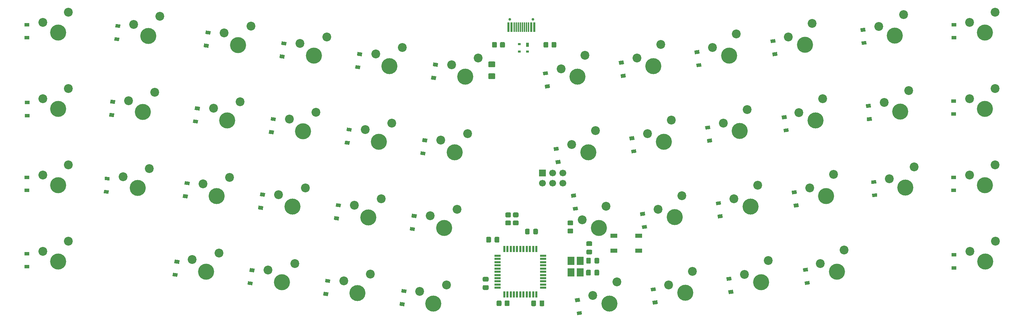
<source format=gbr>
G04 #@! TF.GenerationSoftware,KiCad,Pcbnew,5.1.9-73d0e3b20d~88~ubuntu20.04.1*
G04 #@! TF.CreationDate,2021-04-21T09:56:19-07:00*
G04 #@! TF.ProjectId,test1,74657374-312e-46b6-9963-61645f706362,rev?*
G04 #@! TF.SameCoordinates,Original*
G04 #@! TF.FileFunction,Soldermask,Bot*
G04 #@! TF.FilePolarity,Negative*
%FSLAX46Y46*%
G04 Gerber Fmt 4.6, Leading zero omitted, Abs format (unit mm)*
G04 Created by KiCad (PCBNEW 5.1.9-73d0e3b20d~88~ubuntu20.04.1) date 2021-04-21 09:56:19*
%MOMM*%
%LPD*%
G01*
G04 APERTURE LIST*
%ADD10C,4.000000*%
%ADD11C,2.200000*%
%ADD12C,2.000000*%
%ADD13R,0.600000X2.450000*%
%ADD14R,0.300000X2.450000*%
%ADD15C,0.650000*%
%ADD16R,1.500000X0.550000*%
%ADD17R,0.550000X1.500000*%
%ADD18R,0.700000X1.000000*%
%ADD19R,0.700000X0.600000*%
%ADD20R,1.800000X2.100000*%
%ADD21R,1.800000X1.100000*%
%ADD22R,1.700000X1.700000*%
%ADD23C,1.700000*%
%ADD24R,1.200000X0.900000*%
G04 APERTURE END LIST*
D10*
X226240646Y-99148087D03*
D11*
X222114225Y-97163056D03*
X228048928Y-93764026D03*
D10*
X69190152Y-99173197D03*
D11*
X65770730Y-96127667D03*
X72412432Y-94496135D03*
D12*
G36*
X219077289Y-99049077D02*
G01*
X217888967Y-99216084D01*
X217763711Y-98324843D01*
X218952033Y-98157836D01*
X219077289Y-99049077D01*
G37*
G36*
X219536561Y-102316961D02*
G01*
X218348239Y-102483968D01*
X218222983Y-101592727D01*
X219411305Y-101425720D01*
X219536561Y-102316961D01*
G37*
G36*
X62483169Y-97193182D02*
G01*
X61294847Y-97026175D01*
X61420103Y-96134934D01*
X62608425Y-96301941D01*
X62483169Y-97193182D01*
G37*
G36*
X62023897Y-100461066D02*
G01*
X60835575Y-100294059D01*
X60960831Y-99402818D01*
X62149153Y-99569825D01*
X62023897Y-100461066D01*
G37*
G36*
G01*
X149769500Y-88703999D02*
X149769500Y-89604001D01*
G75*
G02*
X149519501Y-89854000I-249999J0D01*
G01*
X148869499Y-89854000D01*
G75*
G02*
X148619500Y-89604001I0J249999D01*
G01*
X148619500Y-88703999D01*
G75*
G02*
X148869499Y-88454000I249999J0D01*
G01*
X149519501Y-88454000D01*
G75*
G02*
X149769500Y-88703999I0J-249999D01*
G01*
G37*
G36*
G01*
X151819500Y-88703999D02*
X151819500Y-89604001D01*
G75*
G02*
X151569501Y-89854000I-249999J0D01*
G01*
X150919499Y-89854000D01*
G75*
G02*
X150669500Y-89604001I0J249999D01*
G01*
X150669500Y-88703999D01*
G75*
G02*
X150919499Y-88454000I249999J0D01*
G01*
X151569501Y-88454000D01*
G75*
G02*
X151819500Y-88703999I0J-249999D01*
G01*
G37*
D10*
X161690949Y-50507304D03*
D11*
X157564528Y-48522273D03*
X163499231Y-45123243D03*
D10*
X32353250Y-96615250D03*
D11*
X28543250Y-94075250D03*
X34893250Y-91535250D03*
D10*
X32353250Y-39465250D03*
D11*
X28543250Y-36925250D03*
X34893250Y-34385250D03*
D13*
X150925000Y-38167000D03*
X144475000Y-38167000D03*
X150150000Y-38167000D03*
X145250000Y-38167000D03*
D14*
X145950000Y-38167000D03*
X149450000Y-38167000D03*
X146450000Y-38167000D03*
X148950000Y-38167000D03*
X146950000Y-38167000D03*
X148450000Y-38167000D03*
X147950000Y-38167000D03*
X147450000Y-38167000D03*
D15*
X150590000Y-36222000D03*
X144810000Y-36222000D03*
D10*
X54829279Y-40294388D03*
D11*
X51205742Y-37494803D03*
X57717455Y-35403944D03*
G36*
G01*
X140139000Y-90711000D02*
X140139000Y-91661000D01*
G75*
G02*
X139889000Y-91911000I-250000J0D01*
G01*
X139214000Y-91911000D01*
G75*
G02*
X138964000Y-91661000I0J250000D01*
G01*
X138964000Y-90711000D01*
G75*
G02*
X139214000Y-90461000I250000J0D01*
G01*
X139889000Y-90461000D01*
G75*
G02*
X140139000Y-90711000I0J-250000D01*
G01*
G37*
G36*
G01*
X142214000Y-90711000D02*
X142214000Y-91661000D01*
G75*
G02*
X141964000Y-91911000I-250000J0D01*
G01*
X141289000Y-91911000D01*
G75*
G02*
X141039000Y-91661000I0J250000D01*
G01*
X141039000Y-90711000D01*
G75*
G02*
X141289000Y-90461000I250000J0D01*
G01*
X141964000Y-90461000D01*
G75*
G02*
X142214000Y-90711000I0J-250000D01*
G01*
G37*
G36*
G01*
X152236500Y-107536000D02*
X152236500Y-106586000D01*
G75*
G02*
X152486500Y-106336000I250000J0D01*
G01*
X153161500Y-106336000D01*
G75*
G02*
X153411500Y-106586000I0J-250000D01*
G01*
X153411500Y-107536000D01*
G75*
G02*
X153161500Y-107786000I-250000J0D01*
G01*
X152486500Y-107786000D01*
G75*
G02*
X152236500Y-107536000I0J250000D01*
G01*
G37*
G36*
G01*
X150161500Y-107536000D02*
X150161500Y-106586000D01*
G75*
G02*
X150411500Y-106336000I250000J0D01*
G01*
X151086500Y-106336000D01*
G75*
G02*
X151336500Y-106586000I0J-250000D01*
G01*
X151336500Y-107536000D01*
G75*
G02*
X151086500Y-107786000I-250000J0D01*
G01*
X150411500Y-107786000D01*
G75*
G02*
X150161500Y-107536000I0J250000D01*
G01*
G37*
D16*
X141732000Y-95187000D03*
X141732000Y-95987000D03*
X141732000Y-96787000D03*
X141732000Y-97587000D03*
X141732000Y-98387000D03*
X141732000Y-99187000D03*
X141732000Y-99987000D03*
X141732000Y-100787000D03*
X141732000Y-101587000D03*
X141732000Y-102387000D03*
X141732000Y-103187000D03*
D17*
X143432000Y-104887000D03*
X144232000Y-104887000D03*
X145032000Y-104887000D03*
X145832000Y-104887000D03*
X146632000Y-104887000D03*
X147432000Y-104887000D03*
X148232000Y-104887000D03*
X149032000Y-104887000D03*
X149832000Y-104887000D03*
X150632000Y-104887000D03*
X151432000Y-104887000D03*
D16*
X153132000Y-103187000D03*
X153132000Y-102387000D03*
X153132000Y-101587000D03*
X153132000Y-100787000D03*
X153132000Y-99987000D03*
X153132000Y-99187000D03*
X153132000Y-98387000D03*
X153132000Y-97587000D03*
X153132000Y-96787000D03*
X153132000Y-95987000D03*
X153132000Y-95187000D03*
D17*
X151432000Y-93487000D03*
X150632000Y-93487000D03*
X149832000Y-93487000D03*
X149032000Y-93487000D03*
X148232000Y-93487000D03*
X147432000Y-93487000D03*
X146632000Y-93487000D03*
X145832000Y-93487000D03*
X145032000Y-93487000D03*
X144232000Y-93487000D03*
X143432000Y-93487000D03*
G36*
G01*
X143545000Y-107511001D02*
X143545000Y-106610999D01*
G75*
G02*
X143794999Y-106361000I249999J0D01*
G01*
X144495001Y-106361000D01*
G75*
G02*
X144745000Y-106610999I0J-249999D01*
G01*
X144745000Y-107511001D01*
G75*
G02*
X144495001Y-107761000I-249999J0D01*
G01*
X143794999Y-107761000D01*
G75*
G02*
X143545000Y-107511001I0J249999D01*
G01*
G37*
G36*
G01*
X141545000Y-107511001D02*
X141545000Y-106610999D01*
G75*
G02*
X141794999Y-106361000I249999J0D01*
G01*
X142495001Y-106361000D01*
G75*
G02*
X142745000Y-106610999I0J-249999D01*
G01*
X142745000Y-107511001D01*
G75*
G02*
X142495001Y-107761000I-249999J0D01*
G01*
X141794999Y-107761000D01*
G75*
G02*
X141545000Y-107511001I0J249999D01*
G01*
G37*
D10*
X32353250Y-58515250D03*
D11*
X28543250Y-55975250D03*
X34893250Y-53435250D03*
D18*
X149209000Y-42557000D03*
D19*
X147209000Y-42357000D03*
X149209000Y-44257000D03*
X147209000Y-44257000D03*
D20*
X162383500Y-99324750D03*
X162383500Y-96424750D03*
X160083500Y-96424750D03*
X160083500Y-99324750D03*
D21*
X176899500Y-90225000D03*
X170699500Y-90225000D03*
X176899500Y-93925000D03*
X170699500Y-93925000D03*
G36*
G01*
X141602000Y-42094999D02*
X141602000Y-42995001D01*
G75*
G02*
X141352001Y-43245000I-249999J0D01*
G01*
X140651999Y-43245000D01*
G75*
G02*
X140402000Y-42995001I0J249999D01*
G01*
X140402000Y-42094999D01*
G75*
G02*
X140651999Y-41845000I249999J0D01*
G01*
X141352001Y-41845000D01*
G75*
G02*
X141602000Y-42094999I0J-249999D01*
G01*
G37*
G36*
G01*
X143602000Y-42094999D02*
X143602000Y-42995001D01*
G75*
G02*
X143352001Y-43245000I-249999J0D01*
G01*
X142651999Y-43245000D01*
G75*
G02*
X142402000Y-42995001I0J249999D01*
G01*
X142402000Y-42094999D01*
G75*
G02*
X142651999Y-41845000I249999J0D01*
G01*
X143352001Y-41845000D01*
G75*
G02*
X143602000Y-42094999I0J-249999D01*
G01*
G37*
G36*
G01*
X155213000Y-42995001D02*
X155213000Y-42094999D01*
G75*
G02*
X155462999Y-41845000I249999J0D01*
G01*
X156163001Y-41845000D01*
G75*
G02*
X156413000Y-42094999I0J-249999D01*
G01*
X156413000Y-42995001D01*
G75*
G02*
X156163001Y-43245000I-249999J0D01*
G01*
X155462999Y-43245000D01*
G75*
G02*
X155213000Y-42995001I0J249999D01*
G01*
G37*
G36*
G01*
X153213000Y-42995001D02*
X153213000Y-42094999D01*
G75*
G02*
X153462999Y-41845000I249999J0D01*
G01*
X154163001Y-41845000D01*
G75*
G02*
X154413000Y-42094999I0J-249999D01*
G01*
X154413000Y-42995001D01*
G75*
G02*
X154163001Y-43245000I-249999J0D01*
G01*
X153462999Y-43245000D01*
G75*
G02*
X153213000Y-42995001I0J249999D01*
G01*
G37*
G36*
G01*
X146754001Y-85594750D02*
X145853999Y-85594750D01*
G75*
G02*
X145604000Y-85344751I0J249999D01*
G01*
X145604000Y-84644749D01*
G75*
G02*
X145853999Y-84394750I249999J0D01*
G01*
X146754001Y-84394750D01*
G75*
G02*
X147004000Y-84644749I0J-249999D01*
G01*
X147004000Y-85344751D01*
G75*
G02*
X146754001Y-85594750I-249999J0D01*
G01*
G37*
G36*
G01*
X146754001Y-87594750D02*
X145853999Y-87594750D01*
G75*
G02*
X145604000Y-87344751I0J249999D01*
G01*
X145604000Y-86644749D01*
G75*
G02*
X145853999Y-86394750I249999J0D01*
G01*
X146754001Y-86394750D01*
G75*
G02*
X147004000Y-86644749I0J-249999D01*
G01*
X147004000Y-87344751D01*
G75*
G02*
X146754001Y-87594750I-249999J0D01*
G01*
G37*
G36*
G01*
X144849001Y-85594750D02*
X143948999Y-85594750D01*
G75*
G02*
X143699000Y-85344751I0J249999D01*
G01*
X143699000Y-84644749D01*
G75*
G02*
X143948999Y-84394750I249999J0D01*
G01*
X144849001Y-84394750D01*
G75*
G02*
X145099000Y-84644749I0J-249999D01*
G01*
X145099000Y-85344751D01*
G75*
G02*
X144849001Y-85594750I-249999J0D01*
G01*
G37*
G36*
G01*
X144849001Y-87594750D02*
X143948999Y-87594750D01*
G75*
G02*
X143699000Y-87344751I0J249999D01*
G01*
X143699000Y-86644749D01*
G75*
G02*
X143948999Y-86394750I249999J0D01*
G01*
X144849001Y-86394750D01*
G75*
G02*
X145099000Y-86644749I0J-249999D01*
G01*
X145099000Y-87344751D01*
G75*
G02*
X144849001Y-87594750I-249999J0D01*
G01*
G37*
G36*
G01*
X160343001Y-87611000D02*
X159442999Y-87611000D01*
G75*
G02*
X159193000Y-87361001I0J249999D01*
G01*
X159193000Y-86660999D01*
G75*
G02*
X159442999Y-86411000I249999J0D01*
G01*
X160343001Y-86411000D01*
G75*
G02*
X160593000Y-86660999I0J-249999D01*
G01*
X160593000Y-87361001D01*
G75*
G02*
X160343001Y-87611000I-249999J0D01*
G01*
G37*
G36*
G01*
X160343001Y-89611000D02*
X159442999Y-89611000D01*
G75*
G02*
X159193000Y-89361001I0J249999D01*
G01*
X159193000Y-88660999D01*
G75*
G02*
X159442999Y-88411000I249999J0D01*
G01*
X160343001Y-88411000D01*
G75*
G02*
X160593000Y-88660999I0J-249999D01*
G01*
X160593000Y-89361001D01*
G75*
G02*
X160343001Y-89611000I-249999J0D01*
G01*
G37*
D10*
X263144000Y-96615250D03*
D11*
X259334000Y-94075250D03*
X265684000Y-91535250D03*
D10*
X207373904Y-101798629D03*
D11*
X203247483Y-99813598D03*
X209182186Y-96414568D03*
D10*
X188509299Y-104449876D03*
D11*
X184382878Y-102464845D03*
X190317581Y-99065815D03*
D10*
X169644692Y-107101124D03*
D11*
X165518271Y-105116093D03*
X171452974Y-101717063D03*
D10*
X125809720Y-107134312D03*
D11*
X122390298Y-104088782D03*
X129032000Y-102457250D03*
D10*
X106920617Y-104475799D03*
D11*
X103501195Y-101430269D03*
X110142897Y-99798737D03*
D10*
X88056011Y-101824551D03*
D11*
X84636589Y-98779021D03*
X91278291Y-97147489D03*
D10*
X263112250Y-77565250D03*
D11*
X259302250Y-75025250D03*
X265652250Y-72485250D03*
D10*
X243318797Y-78216576D03*
D11*
X239340897Y-75948535D03*
X245498247Y-72971769D03*
D10*
X223587263Y-80282774D03*
D11*
X219460842Y-78297743D03*
X225395545Y-74898713D03*
D10*
X204735906Y-82938471D03*
D11*
X200609485Y-80953440D03*
X206544188Y-77554410D03*
D10*
X185858051Y-85585269D03*
D11*
X181731630Y-83600238D03*
X187666333Y-80201208D03*
D10*
X166993444Y-88236517D03*
D11*
X162867023Y-86251486D03*
X168801726Y-82852456D03*
D10*
X128436472Y-88262439D03*
D11*
X125017050Y-85216909D03*
X131658752Y-83585377D03*
D10*
X109571865Y-85611192D03*
D11*
X106152443Y-82565662D03*
X112794145Y-80934130D03*
D10*
X90707258Y-82959944D03*
D11*
X87287836Y-79914414D03*
X93929538Y-78282882D03*
D10*
X71842652Y-80308697D03*
D11*
X68423230Y-77263167D03*
X75064932Y-75631635D03*
D10*
X52171558Y-78301578D03*
D11*
X48548021Y-75501993D03*
X55059734Y-73411134D03*
D10*
X32353250Y-77565250D03*
D11*
X28543250Y-75025250D03*
X34893250Y-72485250D03*
D10*
X263112250Y-58515250D03*
D11*
X259302250Y-55975250D03*
X265652250Y-53435250D03*
D10*
X241989936Y-59212981D03*
D11*
X238012036Y-56944940D03*
X244169386Y-53968174D03*
D10*
X220936017Y-61418168D03*
D11*
X216809596Y-59433137D03*
X222744299Y-56034107D03*
D10*
X202083788Y-64067675D03*
D11*
X197957367Y-62082644D03*
X203892070Y-58683614D03*
D10*
X183206803Y-66720662D03*
D11*
X179080382Y-64735631D03*
X185015085Y-61336601D03*
D10*
X164342198Y-69371910D03*
D11*
X160215777Y-67386879D03*
X166150480Y-63987849D03*
D10*
X131087719Y-69397833D03*
D11*
X127668297Y-66352303D03*
X134309999Y-64720771D03*
D10*
X112223113Y-66746585D03*
D11*
X108803691Y-63701055D03*
X115445393Y-62069523D03*
D10*
X93358506Y-64095338D03*
D11*
X89939084Y-61049808D03*
X96580786Y-59418276D03*
D10*
X74493899Y-61444090D03*
D11*
X71074477Y-58398560D03*
X77716179Y-56767028D03*
D10*
X53500418Y-59297983D03*
D11*
X49876881Y-56498398D03*
X56388594Y-54407539D03*
D10*
X263112250Y-39465250D03*
D11*
X259302250Y-36925250D03*
X265652250Y-34385250D03*
D10*
X240661075Y-40209386D03*
D11*
X236683175Y-37941345D03*
X242840525Y-34964579D03*
D10*
X218284770Y-42553561D03*
D11*
X214158349Y-40568530D03*
X220093052Y-37169500D03*
D10*
X199433411Y-45209258D03*
D11*
X195306990Y-43224227D03*
X201241693Y-39825197D03*
D10*
X180568804Y-47860505D03*
D11*
X176442383Y-45875474D03*
X182377086Y-42476444D03*
D10*
X133738967Y-50533226D03*
D11*
X130319545Y-47487696D03*
X136961247Y-45856164D03*
D10*
X114874360Y-47881978D03*
D11*
X111454938Y-44836448D03*
X118096640Y-43204916D03*
D10*
X96009753Y-45230731D03*
D11*
X92590331Y-42185201D03*
X99232033Y-40553669D03*
D10*
X77145147Y-42579483D03*
D11*
X73725725Y-39533953D03*
X80367427Y-37902421D03*
D22*
X152908000Y-74549000D03*
D23*
X152908000Y-77089000D03*
X155448000Y-74549000D03*
X155448000Y-77089000D03*
X157988000Y-74549000D03*
X157988000Y-77089000D03*
G36*
G01*
X140960000Y-48120000D02*
X139710000Y-48120000D01*
G75*
G02*
X139460000Y-47870000I0J250000D01*
G01*
X139460000Y-46945000D01*
G75*
G02*
X139710000Y-46695000I250000J0D01*
G01*
X140960000Y-46695000D01*
G75*
G02*
X141210000Y-46945000I0J-250000D01*
G01*
X141210000Y-47870000D01*
G75*
G02*
X140960000Y-48120000I-250000J0D01*
G01*
G37*
G36*
G01*
X140960000Y-51095000D02*
X139710000Y-51095000D01*
G75*
G02*
X139460000Y-50845000I0J250000D01*
G01*
X139460000Y-49920000D01*
G75*
G02*
X139710000Y-49670000I250000J0D01*
G01*
X140960000Y-49670000D01*
G75*
G02*
X141210000Y-49920000I0J-250000D01*
G01*
X141210000Y-50845000D01*
G75*
G02*
X140960000Y-51095000I-250000J0D01*
G01*
G37*
G36*
G01*
X164117000Y-93668000D02*
X165067000Y-93668000D01*
G75*
G02*
X165317000Y-93918000I0J-250000D01*
G01*
X165317000Y-94593000D01*
G75*
G02*
X165067000Y-94843000I-250000J0D01*
G01*
X164117000Y-94843000D01*
G75*
G02*
X163867000Y-94593000I0J250000D01*
G01*
X163867000Y-93918000D01*
G75*
G02*
X164117000Y-93668000I250000J0D01*
G01*
G37*
G36*
G01*
X164117000Y-91593000D02*
X165067000Y-91593000D01*
G75*
G02*
X165317000Y-91843000I0J-250000D01*
G01*
X165317000Y-92518000D01*
G75*
G02*
X165067000Y-92768000I-250000J0D01*
G01*
X164117000Y-92768000D01*
G75*
G02*
X163867000Y-92518000I0J250000D01*
G01*
X163867000Y-91843000D01*
G75*
G02*
X164117000Y-91593000I250000J0D01*
G01*
G37*
G36*
G01*
X139286000Y-101636500D02*
X138336000Y-101636500D01*
G75*
G02*
X138086000Y-101386500I0J250000D01*
G01*
X138086000Y-100711500D01*
G75*
G02*
X138336000Y-100461500I250000J0D01*
G01*
X139286000Y-100461500D01*
G75*
G02*
X139536000Y-100711500I0J-250000D01*
G01*
X139536000Y-101386500D01*
G75*
G02*
X139286000Y-101636500I-250000J0D01*
G01*
G37*
G36*
G01*
X139286000Y-103711500D02*
X138336000Y-103711500D01*
G75*
G02*
X138086000Y-103461500I0J250000D01*
G01*
X138086000Y-102786500D01*
G75*
G02*
X138336000Y-102536500I250000J0D01*
G01*
X139286000Y-102536500D01*
G75*
G02*
X139536000Y-102786500I0J-250000D01*
G01*
X139536000Y-103461500D01*
G75*
G02*
X139286000Y-103711500I-250000J0D01*
G01*
G37*
G36*
G01*
X165909500Y-96899750D02*
X165909500Y-95949750D01*
G75*
G02*
X166159500Y-95699750I250000J0D01*
G01*
X166834500Y-95699750D01*
G75*
G02*
X167084500Y-95949750I0J-250000D01*
G01*
X167084500Y-96899750D01*
G75*
G02*
X166834500Y-97149750I-250000J0D01*
G01*
X166159500Y-97149750D01*
G75*
G02*
X165909500Y-96899750I0J250000D01*
G01*
G37*
G36*
G01*
X163834500Y-96899750D02*
X163834500Y-95949750D01*
G75*
G02*
X164084500Y-95699750I250000J0D01*
G01*
X164759500Y-95699750D01*
G75*
G02*
X165009500Y-95949750I0J-250000D01*
G01*
X165009500Y-96899750D01*
G75*
G02*
X164759500Y-97149750I-250000J0D01*
G01*
X164084500Y-97149750D01*
G75*
G02*
X163834500Y-96899750I0J250000D01*
G01*
G37*
G36*
G01*
X165889000Y-99884250D02*
X165889000Y-98934250D01*
G75*
G02*
X166139000Y-98684250I250000J0D01*
G01*
X166814000Y-98684250D01*
G75*
G02*
X167064000Y-98934250I0J-250000D01*
G01*
X167064000Y-99884250D01*
G75*
G02*
X166814000Y-100134250I-250000J0D01*
G01*
X166139000Y-100134250D01*
G75*
G02*
X165889000Y-99884250I0J250000D01*
G01*
G37*
G36*
G01*
X163814000Y-99884250D02*
X163814000Y-98934250D01*
G75*
G02*
X164064000Y-98684250I250000J0D01*
G01*
X164739000Y-98684250D01*
G75*
G02*
X164989000Y-98934250I0J-250000D01*
G01*
X164989000Y-99884250D01*
G75*
G02*
X164739000Y-100134250I-250000J0D01*
G01*
X164064000Y-100134250D01*
G75*
G02*
X163814000Y-99884250I0J250000D01*
G01*
G37*
D24*
X255397000Y-94965250D03*
X255397000Y-98265250D03*
D12*
G36*
X200053823Y-101294987D02*
G01*
X198865501Y-101461994D01*
X198740245Y-100570753D01*
X199928567Y-100403746D01*
X200053823Y-101294987D01*
G37*
G36*
X200513095Y-104562871D02*
G01*
X199324773Y-104729878D01*
X199199517Y-103838637D01*
X200387839Y-103671630D01*
X200513095Y-104562871D01*
G37*
G36*
X181189217Y-103946234D02*
G01*
X180000895Y-104113241D01*
X179875639Y-103222000D01*
X181063961Y-103054993D01*
X181189217Y-103946234D01*
G37*
G36*
X181648489Y-107214118D02*
G01*
X180460167Y-107381125D01*
X180334911Y-106489884D01*
X181523233Y-106322877D01*
X181648489Y-107214118D01*
G37*
G36*
X162324610Y-106597482D02*
G01*
X161136288Y-106764489D01*
X161011032Y-105873248D01*
X162199354Y-105706241D01*
X162324610Y-106597482D01*
G37*
G36*
X162783882Y-109865366D02*
G01*
X161595560Y-110032373D01*
X161470304Y-109141132D01*
X162658626Y-108974125D01*
X162783882Y-109865366D01*
G37*
G36*
X118998169Y-104527432D02*
G01*
X117809847Y-104360425D01*
X117935103Y-103469184D01*
X119123425Y-103636191D01*
X118998169Y-104527432D01*
G37*
G36*
X118538897Y-107795316D02*
G01*
X117350575Y-107628309D01*
X117475831Y-106737068D01*
X118664153Y-106904075D01*
X118538897Y-107795316D01*
G37*
G36*
X100022926Y-101973978D02*
G01*
X98834604Y-101806971D01*
X98959860Y-100915730D01*
X100148182Y-101082737D01*
X100022926Y-101973978D01*
G37*
G36*
X99563654Y-105241862D02*
G01*
X98375332Y-105074855D01*
X98500588Y-104183614D01*
X99688910Y-104350621D01*
X99563654Y-105241862D01*
G37*
G36*
X81158319Y-99322730D02*
G01*
X79969997Y-99155723D01*
X80095253Y-98264482D01*
X81283575Y-98431489D01*
X81158319Y-99322730D01*
G37*
G36*
X80699047Y-102590614D02*
G01*
X79510725Y-102423607D01*
X79635981Y-101532366D01*
X80824303Y-101699373D01*
X80699047Y-102590614D01*
G37*
D24*
X24574500Y-94647750D03*
X24574500Y-97947750D03*
X255333500Y-75597750D03*
X255333500Y-78897750D03*
D12*
G36*
X236051679Y-77203536D02*
G01*
X234854602Y-77287244D01*
X234791821Y-76389436D01*
X235988898Y-76305728D01*
X236051679Y-77203536D01*
G37*
G36*
X236281875Y-80495498D02*
G01*
X235084798Y-80579206D01*
X235022017Y-79681398D01*
X236219094Y-79597690D01*
X236281875Y-80495498D01*
G37*
G36*
X216315767Y-79705757D02*
G01*
X215127445Y-79872764D01*
X215002189Y-78981523D01*
X216190511Y-78814516D01*
X216315767Y-79705757D01*
G37*
G36*
X216775039Y-82973641D02*
G01*
X215586717Y-83140648D01*
X215461461Y-82249407D01*
X216649783Y-82082400D01*
X216775039Y-82973641D01*
G37*
G36*
X197402577Y-82430380D02*
G01*
X196214255Y-82597387D01*
X196088999Y-81706146D01*
X197277321Y-81539139D01*
X197402577Y-82430380D01*
G37*
G36*
X197861849Y-85698264D02*
G01*
X196673527Y-85865271D01*
X196548271Y-84974030D01*
X197736593Y-84807023D01*
X197861849Y-85698264D01*
G37*
G36*
X178537969Y-85081627D02*
G01*
X177349647Y-85248634D01*
X177224391Y-84357393D01*
X178412713Y-84190386D01*
X178537969Y-85081627D01*
G37*
G36*
X178997241Y-88349511D02*
G01*
X177808919Y-88516518D01*
X177683663Y-87625277D01*
X178871985Y-87458270D01*
X178997241Y-88349511D01*
G37*
G36*
X160506211Y-83076883D02*
G01*
X161694533Y-82909876D01*
X161819789Y-83801117D01*
X160631467Y-83968124D01*
X160506211Y-83076883D01*
G37*
G36*
X160046939Y-79808999D02*
G01*
X161235261Y-79641992D01*
X161360517Y-80533233D01*
X160172195Y-80700240D01*
X160046939Y-79808999D01*
G37*
G36*
X121538780Y-85760619D02*
G01*
X120350458Y-85593612D01*
X120475714Y-84702371D01*
X121664036Y-84869378D01*
X121538780Y-85760619D01*
G37*
G36*
X121079508Y-89028503D02*
G01*
X119891186Y-88861496D01*
X120016442Y-87970255D01*
X121204764Y-88137262D01*
X121079508Y-89028503D01*
G37*
G36*
X102674174Y-83109371D02*
G01*
X101485852Y-82942364D01*
X101611108Y-82051123D01*
X102799430Y-82218130D01*
X102674174Y-83109371D01*
G37*
G36*
X102214902Y-86377255D02*
G01*
X101026580Y-86210248D01*
X101151836Y-85319007D01*
X102340158Y-85486014D01*
X102214902Y-86377255D01*
G37*
G36*
X83809567Y-80458124D02*
G01*
X82621245Y-80291117D01*
X82746501Y-79399876D01*
X83934823Y-79566883D01*
X83809567Y-80458124D01*
G37*
G36*
X83350295Y-83726008D02*
G01*
X82161973Y-83559001D01*
X82287229Y-82667760D01*
X83475551Y-82834767D01*
X83350295Y-83726008D01*
G37*
G36*
X65023169Y-77603432D02*
G01*
X63834847Y-77436425D01*
X63960103Y-76545184D01*
X65148425Y-76712191D01*
X65023169Y-77603432D01*
G37*
G36*
X64563897Y-80871316D02*
G01*
X63375575Y-80704309D01*
X63500831Y-79813068D01*
X64689153Y-79980075D01*
X64563897Y-80871316D01*
G37*
G36*
X45144148Y-76436758D02*
G01*
X43947071Y-76353050D01*
X44009852Y-75455242D01*
X45206929Y-75538950D01*
X45144148Y-76436758D01*
G37*
G36*
X44913952Y-79728720D02*
G01*
X43716875Y-79645012D01*
X43779656Y-78747204D01*
X44976733Y-78830912D01*
X44913952Y-79728720D01*
G37*
D24*
X24574500Y-75597750D03*
X24574500Y-78897750D03*
X255333500Y-56547750D03*
X255333500Y-59847750D03*
D12*
G36*
X234722818Y-58199941D02*
G01*
X233525741Y-58283649D01*
X233462960Y-57385841D01*
X234660037Y-57302133D01*
X234722818Y-58199941D01*
G37*
G36*
X234953014Y-61491903D02*
G01*
X233755937Y-61575611D01*
X233693156Y-60677803D01*
X234890233Y-60594095D01*
X234953014Y-61491903D01*
G37*
G36*
X213791518Y-60968150D02*
G01*
X212603196Y-61135157D01*
X212477940Y-60243916D01*
X213666262Y-60076909D01*
X213791518Y-60968150D01*
G37*
G36*
X214250790Y-64236034D02*
G01*
X213062468Y-64403041D01*
X212937212Y-63511800D01*
X214125534Y-63344793D01*
X214250790Y-64236034D01*
G37*
G36*
X194751329Y-63565773D02*
G01*
X193563007Y-63732780D01*
X193437751Y-62841539D01*
X194626073Y-62674532D01*
X194751329Y-63565773D01*
G37*
G36*
X195210601Y-66833657D02*
G01*
X194022279Y-67000664D01*
X193897023Y-66109423D01*
X195085345Y-65942416D01*
X195210601Y-66833657D01*
G37*
G36*
X175886723Y-66217021D02*
G01*
X174698401Y-66384028D01*
X174573145Y-65492787D01*
X175761467Y-65325780D01*
X175886723Y-66217021D01*
G37*
G36*
X176345995Y-69484905D02*
G01*
X175157673Y-69651912D01*
X175032417Y-68760671D01*
X176220739Y-68593664D01*
X176345995Y-69484905D01*
G37*
G36*
X157022115Y-68868268D02*
G01*
X155833793Y-69035275D01*
X155708537Y-68144034D01*
X156896859Y-67977027D01*
X157022115Y-68868268D01*
G37*
G36*
X157481387Y-72136152D02*
G01*
X156293065Y-72303159D01*
X156167809Y-71411918D01*
X157356131Y-71244911D01*
X157481387Y-72136152D01*
G37*
G36*
X124190028Y-66896012D02*
G01*
X123001706Y-66729005D01*
X123126962Y-65837764D01*
X124315284Y-66004771D01*
X124190028Y-66896012D01*
G37*
G36*
X123730756Y-70163896D02*
G01*
X122542434Y-69996889D01*
X122667690Y-69105648D01*
X123856012Y-69272655D01*
X123730756Y-70163896D01*
G37*
G36*
X105325421Y-64244764D02*
G01*
X104137099Y-64077757D01*
X104262355Y-63186516D01*
X105450677Y-63353523D01*
X105325421Y-64244764D01*
G37*
G36*
X104866149Y-67512648D02*
G01*
X103677827Y-67345641D01*
X103803083Y-66454400D01*
X104991405Y-66621407D01*
X104866149Y-67512648D01*
G37*
G36*
X86460814Y-61593517D02*
G01*
X85272492Y-61426510D01*
X85397748Y-60535269D01*
X86586070Y-60702276D01*
X86460814Y-61593517D01*
G37*
G36*
X86001542Y-64861401D02*
G01*
X84813220Y-64694394D01*
X84938476Y-63803153D01*
X86126798Y-63970160D01*
X86001542Y-64861401D01*
G37*
G36*
X67563169Y-58934432D02*
G01*
X66374847Y-58767425D01*
X66500103Y-57876184D01*
X67688425Y-58043191D01*
X67563169Y-58934432D01*
G37*
G36*
X67103897Y-62202316D02*
G01*
X65915575Y-62035309D01*
X66040831Y-61144068D01*
X67229153Y-61311075D01*
X67103897Y-62202316D01*
G37*
G36*
X46517344Y-57269796D02*
G01*
X45320267Y-57186088D01*
X45383048Y-56288280D01*
X46580125Y-56371988D01*
X46517344Y-57269796D01*
G37*
G36*
X46287148Y-60561758D02*
G01*
X45090071Y-60478050D01*
X45152852Y-59580242D01*
X46349929Y-59663950D01*
X46287148Y-60561758D01*
G37*
D24*
X24638000Y-56897000D03*
X24638000Y-60197000D03*
X255365250Y-37496750D03*
X255365250Y-40796750D03*
D12*
G36*
X233393957Y-39196346D02*
G01*
X232196880Y-39280054D01*
X232134099Y-38382246D01*
X233331176Y-38298538D01*
X233393957Y-39196346D01*
G37*
G36*
X233624153Y-42488308D02*
G01*
X232427076Y-42572016D01*
X232364295Y-41674208D01*
X233561372Y-41590500D01*
X233624153Y-42488308D01*
G37*
G36*
X211013271Y-41976543D02*
G01*
X209824949Y-42143550D01*
X209699693Y-41252309D01*
X210888015Y-41085302D01*
X211013271Y-41976543D01*
G37*
G36*
X211472543Y-45244427D02*
G01*
X210284221Y-45411434D01*
X210158965Y-44520193D01*
X211347287Y-44353186D01*
X211472543Y-45244427D01*
G37*
G36*
X192100082Y-44701166D02*
G01*
X190911760Y-44868173D01*
X190786504Y-43976932D01*
X191974826Y-43809925D01*
X192100082Y-44701166D01*
G37*
G36*
X192559354Y-47969050D02*
G01*
X191371032Y-48136057D01*
X191245776Y-47244816D01*
X192434098Y-47077809D01*
X192559354Y-47969050D01*
G37*
G36*
X173248722Y-47356864D02*
G01*
X172060400Y-47523871D01*
X171935144Y-46632630D01*
X173123466Y-46465623D01*
X173248722Y-47356864D01*
G37*
G36*
X173707994Y-50624748D02*
G01*
X172519672Y-50791755D01*
X172394416Y-49900514D01*
X173582738Y-49733507D01*
X173707994Y-50624748D01*
G37*
G36*
X154384116Y-50008111D02*
G01*
X153195794Y-50175118D01*
X153070538Y-49283877D01*
X154258860Y-49116870D01*
X154384116Y-50008111D01*
G37*
G36*
X154843388Y-53275995D02*
G01*
X153655066Y-53443002D01*
X153529810Y-52551761D01*
X154718132Y-52384754D01*
X154843388Y-53275995D01*
G37*
G36*
X126841275Y-48031405D02*
G01*
X125652953Y-47864398D01*
X125778209Y-46973157D01*
X126966531Y-47140164D01*
X126841275Y-48031405D01*
G37*
G36*
X126382003Y-51299289D02*
G01*
X125193681Y-51132282D01*
X125318937Y-50241041D01*
X126507259Y-50408048D01*
X126382003Y-51299289D01*
G37*
G36*
X107976669Y-45380158D02*
G01*
X106788347Y-45213151D01*
X106913603Y-44321910D01*
X108101925Y-44488917D01*
X107976669Y-45380158D01*
G37*
G36*
X107517397Y-48648042D02*
G01*
X106329075Y-48481035D01*
X106454331Y-47589794D01*
X107642653Y-47756801D01*
X107517397Y-48648042D01*
G37*
G36*
X89112062Y-42728910D02*
G01*
X87923740Y-42561903D01*
X88048996Y-41670662D01*
X89237318Y-41837669D01*
X89112062Y-42728910D01*
G37*
G36*
X88652790Y-45996794D02*
G01*
X87464468Y-45829787D01*
X87589724Y-44938546D01*
X88778046Y-45105553D01*
X88652790Y-45996794D01*
G37*
G36*
X70230169Y-40011432D02*
G01*
X69041847Y-39844425D01*
X69167103Y-38953184D01*
X70355425Y-39120191D01*
X70230169Y-40011432D01*
G37*
G36*
X69770897Y-43279316D02*
G01*
X68582575Y-43112309D01*
X68707831Y-42221068D01*
X69896153Y-42388075D01*
X69770897Y-43279316D01*
G37*
G36*
X47799246Y-38341777D02*
G01*
X46602169Y-38258069D01*
X46664950Y-37360261D01*
X47862027Y-37443969D01*
X47799246Y-38341777D01*
G37*
G36*
X47569050Y-41633739D02*
G01*
X46371973Y-41550031D01*
X46434754Y-40652223D01*
X47631831Y-40735931D01*
X47569050Y-41633739D01*
G37*
D24*
X24574500Y-37497750D03*
X24574500Y-40797750D03*
M02*

</source>
